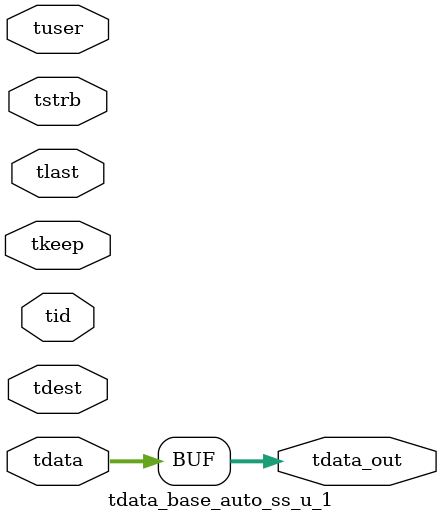
<source format=v>


`timescale 1ps/1ps

module tdata_base_auto_ss_u_1 #
(
parameter C_S_AXIS_TDATA_WIDTH = 32,
parameter C_S_AXIS_TUSER_WIDTH = 0,
parameter C_S_AXIS_TID_WIDTH   = 0,
parameter C_S_AXIS_TDEST_WIDTH = 0,
parameter C_M_AXIS_TDATA_WIDTH = 32
)
(
input  [(C_S_AXIS_TDATA_WIDTH == 0 ? 1 : C_S_AXIS_TDATA_WIDTH)-1:0     ] tdata,
input  [(C_S_AXIS_TUSER_WIDTH == 0 ? 1 : C_S_AXIS_TUSER_WIDTH)-1:0     ] tuser,
input  [(C_S_AXIS_TID_WIDTH   == 0 ? 1 : C_S_AXIS_TID_WIDTH)-1:0       ] tid,
input  [(C_S_AXIS_TDEST_WIDTH == 0 ? 1 : C_S_AXIS_TDEST_WIDTH)-1:0     ] tdest,
input  [(C_S_AXIS_TDATA_WIDTH/8)-1:0 ] tkeep,
input  [(C_S_AXIS_TDATA_WIDTH/8)-1:0 ] tstrb,
input                                                                    tlast,
output [C_M_AXIS_TDATA_WIDTH-1:0] tdata_out
);

assign tdata_out = {tdata[31:0]};

endmodule


</source>
